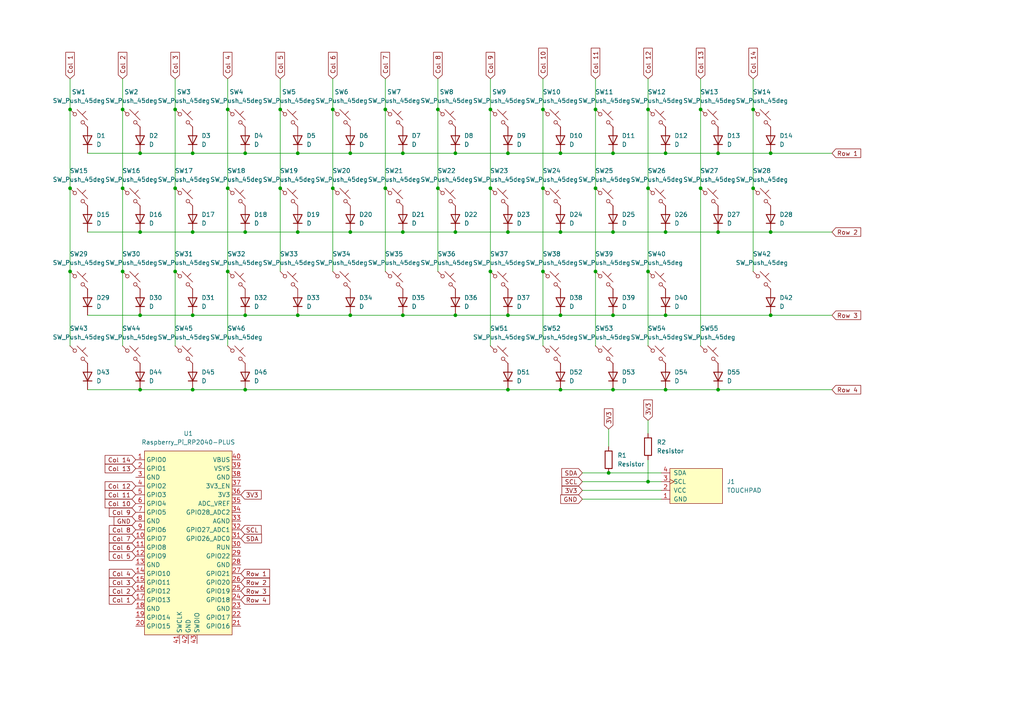
<source format=kicad_sch>
(kicad_sch (version 20231120) (generator "eeschema") (generator_version "8.0")
  (paper "A4")
  (junction (at 187.96 139.7))
  (junction (at 193.04 113.03))
  (junction (at 177.8 113.03))
  (junction (at 142.24 31.75))
  (junction (at 218.44 31.75))
  (junction (at 40.64 113.03))
  (junction (at 20.32 31.75))
  (junction (at 162.56 113.03))
  (junction (at 132.08 67.31))
  (junction (at 177.8 44.45))
  (junction (at 101.6 67.31))
  (junction (at 111.76 54.61))
  (junction (at 66.04 54.61))
  (junction (at 177.8 91.44))
  (junction (at 40.64 91.44))
  (junction (at 132.08 91.44))
  (junction (at 111.76 31.75))
  (junction (at 132.08 44.45))
  (junction (at 71.12 113.03))
  (junction (at 176.53 137.16))
  (junction (at 223.52 67.31))
  (junction (at 55.88 67.31))
  (junction (at 86.36 67.31))
  (junction (at 20.32 54.61))
  (junction (at 223.52 44.45))
  (junction (at 187.96 31.75))
  (junction (at 50.8 78.74))
  (junction (at 71.12 67.31))
  (junction (at 35.56 78.74))
  (junction (at 162.56 44.45))
  (junction (at 218.44 54.61))
  (junction (at 172.72 78.74))
  (junction (at 86.36 91.44))
  (junction (at 162.56 91.44))
  (junction (at 208.28 113.03))
  (junction (at 55.88 44.45))
  (junction (at 40.64 67.31))
  (junction (at 71.12 44.45))
  (junction (at 193.04 44.45))
  (junction (at 96.52 54.61))
  (junction (at 81.28 54.61))
  (junction (at 40.64 44.45))
  (junction (at 81.28 31.75))
  (junction (at 162.56 67.31))
  (junction (at 35.56 31.75))
  (junction (at 50.8 54.61))
  (junction (at 142.24 78.74))
  (junction (at 66.04 78.74))
  (junction (at 116.84 67.31))
  (junction (at 96.52 31.75))
  (junction (at 193.04 91.44))
  (junction (at 157.48 78.74))
  (junction (at 203.2 54.61))
  (junction (at 177.8 67.31))
  (junction (at 187.96 54.61))
  (junction (at 187.96 78.74))
  (junction (at 208.28 44.45))
  (junction (at 142.24 54.61))
  (junction (at 147.32 113.03))
  (junction (at 55.88 91.44))
  (junction (at 203.2 31.75))
  (junction (at 127 31.75))
  (junction (at 193.04 67.31))
  (junction (at 147.32 67.31))
  (junction (at 20.32 78.74))
  (junction (at 127 54.61))
  (junction (at 101.6 91.44))
  (junction (at 35.56 54.61))
  (junction (at 55.88 113.03))
  (junction (at 71.12 91.44))
  (junction (at 157.48 31.75))
  (junction (at 50.8 31.75))
  (junction (at 147.32 91.44))
  (junction (at 223.52 91.44))
  (junction (at 172.72 54.61))
  (junction (at 116.84 91.44))
  (junction (at 208.28 67.31))
  (junction (at 157.48 54.61))
  (junction (at 86.36 44.45))
  (junction (at 116.84 44.45))
  (junction (at 147.32 44.45))
  (junction (at 172.72 31.75))
  (junction (at 101.6 44.45))
  (junction (at 66.04 31.75))
  (wire (pts (xy 168.91 142.24) (xy 191.77 142.24)))
  (wire (pts (xy 50.8 54.61) (xy 50.8 78.74)))
  (wire (pts (xy 55.88 44.45) (xy 71.12 44.45)))
  (wire (pts (xy 55.88 91.44) (xy 71.12 91.44)))
  (wire (pts (xy 203.2 22.86) (xy 203.2 31.75)))
  (wire (pts (xy 66.04 54.61) (xy 66.04 78.74)))
  (wire (pts (xy 86.36 67.31) (xy 101.6 67.31)))
  (wire (pts (xy 187.96 54.61) (xy 187.96 78.74)))
  (wire (pts (xy 187.96 22.86) (xy 187.96 31.75)))
  (wire (pts (xy 96.52 54.61) (xy 96.52 78.74)))
  (wire (pts (xy 20.32 54.61) (xy 20.32 78.74)))
  (wire (pts (xy 203.2 54.61) (xy 203.2 100.33)))
  (wire (pts (xy 20.32 22.86) (xy 20.32 31.75)))
  (wire (pts (xy 147.32 44.45) (xy 162.56 44.45)))
  (wire (pts (xy 193.04 67.31) (xy 208.28 67.31)))
  (wire (pts (xy 35.56 54.61) (xy 35.56 78.74)))
  (wire (pts (xy 81.28 54.61) (xy 81.28 78.74)))
  (wire (pts (xy 203.2 31.75) (xy 203.2 54.61)))
  (wire (pts (xy 177.8 44.45) (xy 193.04 44.45)))
  (wire (pts (xy 25.4 91.44) (xy 40.64 91.44)))
  (wire (pts (xy 116.84 67.31) (xy 132.08 67.31)))
  (wire (pts (xy 142.24 78.74) (xy 142.24 100.33)))
  (wire (pts (xy 168.91 139.7) (xy 187.96 139.7)))
  (wire (pts (xy 208.28 113.03) (xy 241.3 113.03)))
  (wire (pts (xy 208.28 67.31) (xy 223.52 67.31)))
  (wire (pts (xy 187.96 78.74) (xy 187.96 100.33)))
  (wire (pts (xy 193.04 91.44) (xy 223.52 91.44)))
  (wire (pts (xy 223.52 44.45) (xy 241.3 44.45)))
  (wire (pts (xy 162.56 67.31) (xy 177.8 67.31)))
  (wire (pts (xy 86.36 44.45) (xy 101.6 44.45)))
  (wire (pts (xy 157.48 31.75) (xy 157.48 54.61)))
  (wire (pts (xy 20.32 31.75) (xy 20.32 54.61)))
  (wire (pts (xy 86.36 91.44) (xy 101.6 91.44)))
  (wire (pts (xy 127 22.86) (xy 127 31.75)))
  (wire (pts (xy 111.76 22.86) (xy 111.76 31.75)))
  (wire (pts (xy 187.96 121.92) (xy 187.96 125.73)))
  (wire (pts (xy 35.56 22.86) (xy 35.56 31.75)))
  (wire (pts (xy 176.53 124.46) (xy 176.53 129.54)))
  (wire (pts (xy 132.08 44.45) (xy 147.32 44.45)))
  (wire (pts (xy 193.04 113.03) (xy 208.28 113.03)))
  (wire (pts (xy 132.08 67.31) (xy 147.32 67.31)))
  (wire (pts (xy 40.64 91.44) (xy 55.88 91.44)))
  (wire (pts (xy 55.88 113.03) (xy 71.12 113.03)))
  (wire (pts (xy 157.48 78.74) (xy 157.48 100.33)))
  (wire (pts (xy 50.8 78.74) (xy 50.8 100.33)))
  (wire (pts (xy 71.12 113.03) (xy 147.32 113.03)))
  (wire (pts (xy 35.56 31.75) (xy 35.56 54.61)))
  (wire (pts (xy 66.04 22.86) (xy 66.04 31.75)))
  (wire (pts (xy 193.04 44.45) (xy 208.28 44.45)))
  (wire (pts (xy 25.4 113.03) (xy 40.64 113.03)))
  (wire (pts (xy 218.44 31.75) (xy 218.44 54.61)))
  (wire (pts (xy 162.56 91.44) (xy 177.8 91.44)))
  (wire (pts (xy 177.8 67.31) (xy 193.04 67.31)))
  (wire (pts (xy 96.52 22.86) (xy 96.52 31.75)))
  (wire (pts (xy 187.96 31.75) (xy 187.96 54.61)))
  (wire (pts (xy 71.12 44.45) (xy 86.36 44.45)))
  (wire (pts (xy 147.32 67.31) (xy 162.56 67.31)))
  (wire (pts (xy 81.28 22.86) (xy 81.28 31.75)))
  (wire (pts (xy 71.12 91.44) (xy 86.36 91.44)))
  (wire (pts (xy 25.4 44.45) (xy 40.64 44.45)))
  (wire (pts (xy 172.72 54.61) (xy 172.72 78.74)))
  (wire (pts (xy 25.4 67.31) (xy 40.64 67.31)))
  (wire (pts (xy 127 54.61) (xy 127 78.74)))
  (wire (pts (xy 147.32 91.44) (xy 162.56 91.44)))
  (wire (pts (xy 157.48 22.86) (xy 157.48 31.75)))
  (wire (pts (xy 111.76 31.75) (xy 111.76 54.61)))
  (wire (pts (xy 142.24 31.75) (xy 142.24 54.61)))
  (wire (pts (xy 218.44 54.61) (xy 218.44 78.74)))
  (wire (pts (xy 176.53 137.16) (xy 191.77 137.16)))
  (wire (pts (xy 223.52 67.31) (xy 241.3 67.31)))
  (wire (pts (xy 116.84 44.45) (xy 132.08 44.45)))
  (wire (pts (xy 162.56 44.45) (xy 177.8 44.45)))
  (wire (pts (xy 20.32 78.74) (xy 20.32 100.33)))
  (wire (pts (xy 187.96 133.35) (xy 187.96 139.7)))
  (wire (pts (xy 96.52 31.75) (xy 96.52 54.61)))
  (wire (pts (xy 101.6 67.31) (xy 116.84 67.31)))
  (wire (pts (xy 116.84 91.44) (xy 132.08 91.44)))
  (wire (pts (xy 40.64 113.03) (xy 55.88 113.03)))
  (wire (pts (xy 142.24 22.86) (xy 142.24 31.75)))
  (wire (pts (xy 177.8 91.44) (xy 193.04 91.44)))
  (wire (pts (xy 127 31.75) (xy 127 54.61)))
  (wire (pts (xy 223.52 91.44) (xy 241.3 91.44)))
  (wire (pts (xy 172.72 78.74) (xy 172.72 100.33)))
  (wire (pts (xy 40.64 44.45) (xy 55.88 44.45)))
  (wire (pts (xy 40.64 67.31) (xy 55.88 67.31)))
  (wire (pts (xy 111.76 54.61) (xy 111.76 78.74)))
  (wire (pts (xy 208.28 44.45) (xy 223.52 44.45)))
  (wire (pts (xy 55.88 67.31) (xy 71.12 67.31)))
  (wire (pts (xy 81.28 31.75) (xy 81.28 54.61)))
  (wire (pts (xy 177.8 113.03) (xy 193.04 113.03)))
  (wire (pts (xy 132.08 91.44) (xy 147.32 91.44)))
  (wire (pts (xy 50.8 31.75) (xy 50.8 54.61)))
  (wire (pts (xy 66.04 78.74) (xy 66.04 100.33)))
  (wire (pts (xy 218.44 22.86) (xy 218.44 31.75)))
  (wire (pts (xy 172.72 22.86) (xy 172.72 31.75)))
  (wire (pts (xy 101.6 91.44) (xy 116.84 91.44)))
  (wire (pts (xy 147.32 113.03) (xy 162.56 113.03)))
  (wire (pts (xy 162.56 113.03) (xy 177.8 113.03)))
  (wire (pts (xy 168.91 144.78) (xy 191.77 144.78)))
  (wire (pts (xy 157.48 54.61) (xy 157.48 78.74)))
  (wire (pts (xy 142.24 54.61) (xy 142.24 78.74)))
  (wire (pts (xy 172.72 31.75) (xy 172.72 54.61)))
  (wire (pts (xy 66.04 31.75) (xy 66.04 54.61)))
  (wire (pts (xy 35.56 78.74) (xy 35.56 100.33)))
  (wire (pts (xy 187.96 139.7) (xy 191.77 139.7)))
  (wire (pts (xy 168.91 137.16) (xy 176.53 137.16)))
  (wire (pts (xy 71.12 67.31) (xy 86.36 67.31)))
  (wire (pts (xy 101.6 44.45) (xy 116.84 44.45)))
  (wire (pts (xy 50.8 22.86) (xy 50.8 31.75)))
  (global_label "Col 13" (shape input) (at 203.2 22.86 90) (property "Intersheetrefs" "${INTERSHEET_REFS}" (effects (hide yes))))
  (global_label "Col 7" (shape input) (at 111.76 22.86 90) (property "Intersheetrefs" "${INTERSHEET_REFS}" (effects (hide yes))))
  (global_label "GND" (shape input) (at 39.37 151.13 180) (property "Intersheetrefs" "${INTERSHEET_REFS}" (effects (hide yes))))
  (global_label "Col 1" (shape input) (at 39.37 173.99 180) (property "Intersheetrefs" "${INTERSHEET_REFS}" (effects (hide yes))))
  (global_label "3V3" (shape input) (at 176.53 124.46 90) (property "Intersheetrefs" "${INTERSHEET_REFS}" (effects (hide yes))))
  (global_label "Col 3" (shape input) (at 50.8 22.86 90) (property "Intersheetrefs" "${INTERSHEET_REFS}" (effects (hide yes))))
  (global_label "SDA" (shape input) (at 69.85 156.21 0) (property "Intersheetrefs" "${INTERSHEET_REFS}" (effects (hide yes))))
  (global_label "SCL" (shape input) (at 168.91 139.7 180) (property "Intersheetrefs" "${INTERSHEET_REFS}" (effects (hide yes))))
  (global_label "Col 8" (shape input) (at 127 22.86 90) (property "Intersheetrefs" "${INTERSHEET_REFS}" (effects (hide yes))))
  (global_label "Row 4" (shape input) (at 69.85 173.99 0) (property "Intersheetrefs" "${INTERSHEET_REFS}" (effects (hide yes))))
  (global_label "Row 3" (shape input) (at 69.85 171.45 0) (property "Intersheetrefs" "${INTERSHEET_REFS}" (effects (hide yes))))
  (global_label "Row 1" (shape input) (at 69.85 166.37 0) (property "Intersheetrefs" "${INTERSHEET_REFS}" (effects (hide yes))))
  (global_label "Row 2" (shape input) (at 69.85 168.91 0) (property "Intersheetrefs" "${INTERSHEET_REFS}" (effects (hide yes))))
  (global_label "Row 4" (shape input) (at 241.3 113.03 0) (property "Intersheetrefs" "${INTERSHEET_REFS}" (effects (hide yes))))
  (global_label "Col 6" (shape input) (at 39.37 158.75 180) (property "Intersheetrefs" "${INTERSHEET_REFS}" (effects (hide yes))))
  (global_label "Col 10" (shape input) (at 157.48 22.86 90) (property "Intersheetrefs" "${INTERSHEET_REFS}" (effects (hide yes))))
  (global_label "Col 5" (shape input) (at 81.28 22.86 90) (property "Intersheetrefs" "${INTERSHEET_REFS}" (effects (hide yes))))
  (global_label "SCL" (shape input) (at 69.85 153.67 0) (property "Intersheetrefs" "${INTERSHEET_REFS}" (effects (hide yes))))
  (global_label "3V3" (shape input) (at 69.85 143.51 0) (property "Intersheetrefs" "${INTERSHEET_REFS}" (effects (hide yes))))
  (global_label "Col 1" (shape input) (at 20.32 22.86 90) (property "Intersheetrefs" "${INTERSHEET_REFS}" (effects (hide yes))))
  (global_label "Row 1" (shape input) (at 241.3 44.45 0) (property "Intersheetrefs" "${INTERSHEET_REFS}" (effects (hide yes))))
  (global_label "3V3" (shape input) (at 168.91 142.24 180) (property "Intersheetrefs" "${INTERSHEET_REFS}" (effects (hide yes))))
  (global_label "Col 2" (shape input) (at 39.37 171.45 180) (property "Intersheetrefs" "${INTERSHEET_REFS}" (effects (hide yes))))
  (global_label "GND" (shape input) (at 168.91 144.78 180) (property "Intersheetrefs" "${INTERSHEET_REFS}" (effects (hide yes))))
  (global_label "Col 13" (shape input) (at 39.37 135.89 180) (property "Intersheetrefs" "${INTERSHEET_REFS}" (effects (hide yes))))
  (global_label "Col 11" (shape input) (at 39.37 143.51 180) (property "Intersheetrefs" "${INTERSHEET_REFS}" (effects (hide yes))))
  (global_label "Col 14" (shape input) (at 39.37 133.35 180) (property "Intersheetrefs" "${INTERSHEET_REFS}" (effects (hide yes))))
  (global_label "Col 2" (shape input) (at 35.56 22.86 90) (property "Intersheetrefs" "${INTERSHEET_REFS}" (effects (hide yes))))
  (global_label "Col 7" (shape input) (at 39.37 156.21 180) (property "Intersheetrefs" "${INTERSHEET_REFS}" (effects (hide yes))))
  (global_label "Row 2" (shape input) (at 241.3 67.31 0) (property "Intersheetrefs" "${INTERSHEET_REFS}" (effects (hide yes))))
  (global_label "Col 11" (shape input) (at 172.72 22.86 90) (property "Intersheetrefs" "${INTERSHEET_REFS}" (effects (hide yes))))
  (global_label "Col 9" (shape input) (at 142.24 22.86 90) (property "Intersheetrefs" "${INTERSHEET_REFS}" (effects (hide yes))))
  (global_label "SDA" (shape input) (at 168.91 137.16 180) (property "Intersheetrefs" "${INTERSHEET_REFS}" (effects (hide yes))))
  (global_label "Col 12" (shape input) (at 39.37 140.97 180) (property "Intersheetrefs" "${INTERSHEET_REFS}" (effects (hide yes))))
  (global_label "Col 12" (shape input) (at 187.96 22.86 90) (property "Intersheetrefs" "${INTERSHEET_REFS}" (effects (hide yes))))
  (global_label "Col 5" (shape input) (at 39.37 161.29 180) (property "Intersheetrefs" "${INTERSHEET_REFS}" (effects (hide yes))))
  (global_label "Col 10" (shape input) (at 39.37 146.05 180) (property "Intersheetrefs" "${INTERSHEET_REFS}" (effects (hide yes))))
  (global_label "Col 3" (shape input) (at 39.37 168.91 180) (property "Intersheetrefs" "${INTERSHEET_REFS}" (effects (hide yes))))
  (global_label "Col 6" (shape input) (at 96.52 22.86 90) (property "Intersheetrefs" "${INTERSHEET_REFS}" (effects (hide yes))))
  (global_label "Col 4" (shape input) (at 66.04 22.86 90) (property "Intersheetrefs" "${INTERSHEET_REFS}" (effects (hide yes))))
  (global_label "Col 8" (shape input) (at 39.37 153.67 180) (property "Intersheetrefs" "${INTERSHEET_REFS}" (effects (hide yes))))
  (global_label "Col 9" (shape input) (at 39.37 148.59 180) (property "Intersheetrefs" "${INTERSHEET_REFS}" (effects (hide yes))))
  (global_label "Col 14" (shape input) (at 218.44 22.86 90) (property "Intersheetrefs" "${INTERSHEET_REFS}" (effects (hide yes))))
  (global_label "Col 4" (shape input) (at 39.37 166.37 180) (property "Intersheetrefs" "${INTERSHEET_REFS}" (effects (hide yes))))
  (global_label "Row 3" (shape input) (at 241.3 91.44 0) (property "Intersheetrefs" "${INTERSHEET_REFS}" (effects (hide yes))))
  (global_label "3V3" (shape input) (at 187.96 121.92 90) (property "Intersheetrefs" "${INTERSHEET_REFS}" (effects (hide yes))))
  (symbol (lib_id "Switch:SW_Push_45deg") (at 53.34 57.15 0) (unit 1)
    (property "Reference" "SW17" (at 53.34 49.53 0))
    (property "Value" "SW_Push_45deg" (at 53.34 52.07 0))
    (property "Footprint" "ScottoKeebs_MX:MX_PCB_1.00u" (effects (hide yes)))
    (property "Description" "Push button switch, normally open, two pins, 45° tilted" (effects (hide yes)))
  )
  (symbol (lib_id "Switch:SW_Push_45deg") (at 38.1 57.15 0) (unit 1)
    (property "Reference" "SW16" (at 38.1 49.53 0))
    (property "Value" "SW_Push_45deg" (at 38.1 52.07 0))
    (property "Footprint" "ScottoKeebs_MX:MX_PCB_1.00u" (effects (hide yes)))
    (property "Description" "Push button switch, normally open, two pins, 45° tilted" (effects (hide yes)))
  )
  (symbol (lib_id "Switch:SW_Push_45deg") (at 38.1 34.29 0) (unit 1)
    (property "Reference" "SW2" (at 38.1 26.67 0))
    (property "Value" "SW_Push_45deg" (at 38.1 29.21 0))
    (property "Footprint" "ScottoKeebs_MX:MX_PCB_1.00u" (effects (hide yes)))
    (property "Description" "Push button switch, normally open, two pins, 45° tilted" (effects (hide yes)))
  )
  (symbol (lib_id "Switch:SW_Push_45deg") (at 190.5 81.28 0) (unit 1)
    (property "Reference" "SW40" (at 190.5 73.66 0))
    (property "Value" "SW_Push_45deg" (at 190.5 76.2 0))
    (property "Footprint" "ScottoKeebs_MX:MX_PCB_1.75u" (effects (hide yes)))
    (property "Description" "Push button switch, normally open, two pins, 45° tilted" (effects (hide yes)))
  )
  (symbol (lib_id "Device:D") (at 162.56 40.64 90) (unit 1)
    (property "Reference" "D10" (at 165.1 39.3699 90) (effects (justify right)))
    (property "Value" "D" (at 165.1 41.9099 90) (effects (justify right)))
    (property "Footprint" "Diode_SMD:D_SOD-123" (effects (hide yes)))
    (property "Description" "Diode" (effects (hide yes)))
    (property "Sim.Device" "D" (effects (hide yes)))
    (property "Sim.Pins" "1=K 2=A" (effects (hide yes)))
  )
  (symbol (lib_id "Switch:SW_Push_45deg") (at 38.1 81.28 0) (unit 1)
    (property "Reference" "SW30" (at 38.1 73.66 0))
    (property "Value" "SW_Push_45deg" (at 38.1 76.2 0))
    (property "Footprint" "ScottoKeebs_MX:MX_PCB_1.00u" (effects (hide yes)))
    (property "Description" "Push button switch, normally open, two pins, 45° tilted" (effects (hide yes)))
  )
  (symbol (lib_id "Switch:SW_Push_45deg") (at 114.3 34.29 0) (unit 1)
    (property "Reference" "SW7" (at 114.3 26.67 0))
    (property "Value" "SW_Push_45deg" (at 114.3 29.21 0))
    (property "Footprint" "ScottoKeebs_MX:MX_PCB_1.00u" (effects (hide yes)))
    (property "Description" "Push button switch, normally open, two pins, 45° tilted" (effects (hide yes)))
  )
  (symbol (lib_id "Switch:SW_Push_45deg") (at 68.58 102.87 0) (unit 1)
    (property "Reference" "SW46" (at 68.58 95.25 0))
    (property "Value" "SW_Push_45deg" (at 68.58 97.79 0))
    (property "Footprint" "ScottoKeebs_MX:MX_PCB_6.25u" (effects (hide yes)))
    (property "Description" "Push button switch, normally open, two pins, 45° tilted" (effects (hide yes)))
  )
  (symbol (lib_id "Device:D") (at 193.04 63.5 90) (unit 1)
    (property "Reference" "D26" (at 195.58 62.2299 90) (effects (justify right)))
    (property "Value" "D" (at 195.58 64.7699 90) (effects (justify right)))
    (property "Footprint" "Diode_SMD:D_SOD-123" (effects (hide yes)))
    (property "Description" "Diode" (effects (hide yes)))
    (property "Sim.Device" "D" (effects (hide yes)))
    (property "Sim.Pins" "1=K 2=A" (effects (hide yes)))
  )
  (symbol (lib_id "ScottoKeebs:Placeholder_Resistor") (at 176.53 133.35 90) (unit 1)
    (property "Reference" "R1" (at 179.07 132.0799 90) (effects (justify right)))
    (property "Value" "Resistor" (at 179.07 134.6199 90) (effects (justify right)))
    (property "Footprint" "Resistor_SMD:R_0402_1005Metric" (effects (hide yes)))
    (property "Description" "Resistor" (effects (hide yes)))
  )
  (symbol (lib_id "Switch:SW_Push_45deg") (at 190.5 57.15 0) (unit 1)
    (property "Reference" "SW26" (at 190.5 49.53 0))
    (property "Value" "SW_Push_45deg" (at 190.5 52.07 0))
    (property "Footprint" "ScottoKeebs_MX:MX_PCB_1.00u" (effects (hide yes)))
    (property "Description" "Push button switch, normally open, two pins, 45° tilted" (effects (hide yes)))
  )
  (symbol (lib_id "Switch:SW_Push_45deg") (at 22.86 81.28 0) (unit 1)
    (property "Reference" "SW29" (at 22.86 73.66 0))
    (property "Value" "SW_Push_45deg" (at 22.86 76.2 0))
    (property "Footprint" "ScottoKeebs_MX:MX_PCB_2.00u" (effects (hide yes)))
    (property "Description" "Push button switch, normally open, two pins, 45° tilted" (effects (hide yes)))
  )
  (symbol (lib_id "Switch:SW_Push_45deg") (at 68.58 57.15 0) (unit 1)
    (property "Reference" "SW18" (at 68.58 49.53 0))
    (property "Value" "SW_Push_45deg" (at 68.58 52.07 0))
    (property "Footprint" "ScottoKeebs_MX:MX_PCB_1.00u" (effects (hide yes)))
    (property "Description" "Push button switch, normally open, two pins, 45° tilted" (effects (hide yes)))
  )
  (symbol (lib_id "Device:D") (at 40.64 109.22 90) (unit 1)
    (property "Reference" "D44" (at 43.18 107.9499 90) (effects (justify right)))
    (property "Value" "D" (at 43.18 110.4899 90) (effects (justify right)))
    (property "Footprint" "Diode_SMD:D_SOD-123" (effects (hide yes)))
    (property "Description" "Diode" (effects (hide yes)))
    (property "Sim.Device" "D" (effects (hide yes)))
    (property "Sim.Pins" "1=K 2=A" (effects (hide yes)))
  )
  (symbol (lib_id "Device:D") (at 25.4 40.64 90) (unit 1)
    (property "Reference" "D1" (at 27.94 39.3699 90) (effects (justify right)))
    (property "Value" "D" (at 27.94 41.9099 90) (effects (justify right)))
    (property "Footprint" "Diode_SMD:D_SOD-123" (effects (hide yes)))
    (property "Description" "Diode" (effects (hide yes)))
    (property "Sim.Device" "D" (effects (hide yes)))
    (property "Sim.Pins" "1=K 2=A" (effects (hide yes)))
  )
  (symbol (lib_id "Switch:SW_Push_45deg") (at 129.54 34.29 0) (unit 1)
    (property "Reference" "SW8" (at 129.54 26.67 0))
    (property "Value" "SW_Push_45deg" (at 129.54 29.21 0))
    (property "Footprint" "ScottoKeebs_MX:MX_PCB_1.00u" (effects (hide yes)))
    (property "Description" "Push button switch, normally open, two pins, 45° tilted" (effects (hide yes)))
  )
  (symbol (lib_id "Switch:SW_Push_45deg") (at 205.74 57.15 0) (unit 1)
    (property "Reference" "SW27" (at 205.74 49.53 0))
    (property "Value" "SW_Push_45deg" (at 205.74 52.07 0))
    (property "Footprint" "ScottoKeebs_MX:MX_PCB_1.75u" (effects (hide yes)))
    (property "Description" "Push button switch, normally open, two pins, 45° tilted" (effects (hide yes)))
  )
  (symbol (lib_id "Device:D") (at 116.84 40.64 90) (unit 1)
    (property "Reference" "D7" (at 119.38 39.3699 90) (effects (justify right)))
    (property "Value" "D" (at 119.38 41.9099 90) (effects (justify right)))
    (property "Footprint" "Diode_SMD:D_SOD-123" (effects (hide yes)))
    (property "Description" "Diode" (effects (hide yes)))
    (property "Sim.Device" "D" (effects (hide yes)))
    (property "Sim.Pins" "1=K 2=A" (effects (hide yes)))
  )
  (symbol (lib_id "Switch:SW_Push_45deg") (at 160.02 34.29 0) (unit 1)
    (property "Reference" "SW10" (at 160.02 26.67 0))
    (property "Value" "SW_Push_45deg" (at 160.02 29.21 0))
    (property "Footprint" "ScottoKeebs_MX:MX_PCB_1.00u" (effects (hide yes)))
    (property "Description" "Push button switch, normally open, two pins, 45° tilted" (effects (hide yes)))
  )
  (symbol (lib_id "Device:D") (at 25.4 63.5 90) (unit 1)
    (property "Reference" "D15" (at 27.94 62.2299 90) (effects (justify right)))
    (property "Value" "D" (at 27.94 64.7699 90) (effects (justify right)))
    (property "Footprint" "Diode_SMD:D_SOD-123" (effects (hide yes)))
    (property "Description" "Diode" (effects (hide yes)))
    (property "Sim.Device" "D" (effects (hide yes)))
    (property "Sim.Pins" "1=K 2=A" (effects (hide yes)))
  )
  (symbol (lib_id "Device:D") (at 116.84 87.63 90) (unit 1)
    (property "Reference" "D35" (at 119.38 86.3599 90) (effects (justify right)))
    (property "Value" "D" (at 119.38 88.8999 90) (effects (justify right)))
    (property "Footprint" "Diode_SMD:D_SOD-123" (effects (hide yes)))
    (property "Description" "Diode" (effects (hide yes)))
    (property "Sim.Device" "D" (effects (hide yes)))
    (property "Sim.Pins" "1=K 2=A" (effects (hide yes)))
  )
  (symbol (lib_id "Device:D") (at 208.28 40.64 90) (unit 1)
    (property "Reference" "D13" (at 210.82 39.3699 90) (effects (justify right)))
    (property "Value" "D" (at 210.82 41.9099 90) (effects (justify right)))
    (property "Footprint" "Diode_SMD:D_SOD-123" (effects (hide yes)))
    (property "Description" "Diode" (effects (hide yes)))
    (property "Sim.Device" "D" (effects (hide yes)))
    (property "Sim.Pins" "1=K 2=A" (effects (hide yes)))
  )
  (symbol (lib_id "Switch:SW_Push_45deg") (at 160.02 102.87 0) (unit 1)
    (property "Reference" "SW52" (at 160.02 95.25 0))
    (property "Value" "SW_Push_45deg" (at 160.02 97.79 0))
    (property "Footprint" "ScottoKeebs_MX:MX_PCB_1.00u" (effects (hide yes)))
    (property "Description" "Push button switch, normally open, two pins, 45° tilted" (effects (hide yes)))
  )
  (symbol (lib_id "Switch:SW_Push_45deg") (at 220.98 81.28 0) (unit 1)
    (property "Reference" "SW42" (at 220.98 73.66 0))
    (property "Value" "SW_Push_45deg" (at 220.98 76.2 0))
    (property "Footprint" "ScottoKeebs_MX:MX_PCB_1.00u" (effects (hide yes)))
    (property "Description" "Push button switch, normally open, two pins, 45° tilted" (effects (hide yes)))
  )
  (symbol (lib_id "Device:D") (at 40.64 87.63 90) (unit 1)
    (property "Reference" "D30" (at 43.18 86.3599 90) (effects (justify right)))
    (property "Value" "D" (at 43.18 88.8999 90) (effects (justify right)))
    (property "Footprint" "Diode_SMD:D_SOD-123" (effects (hide yes)))
    (property "Description" "Diode" (effects (hide yes)))
    (property "Sim.Device" "D" (effects (hide yes)))
    (property "Sim.Pins" "1=K 2=A" (effects (hide yes)))
  )
  (symbol (lib_id "Switch:SW_Push_45deg") (at 205.74 102.87 0) (unit 1)
    (property "Reference" "SW55" (at 205.74 95.25 0))
    (property "Value" "SW_Push_45deg" (at 205.74 97.79 0))
    (property "Footprint" "ScottoKeebs_MX:MX_PCB_1.00u" (effects (hide yes)))
    (property "Description" "Push button switch, normally open, two pins, 45° tilted" (effects (hide yes)))
  )
  (symbol (lib_id "Switch:SW_Push_45deg") (at 175.26 81.28 0) (unit 1)
    (property "Reference" "SW39" (at 175.26 73.66 0))
    (property "Value" "SW_Push_45deg" (at 175.26 76.2 0))
    (property "Footprint" "ScottoKeebs_MX:MX_PCB_1.00u" (effects (hide yes)))
    (property "Description" "Push button switch, normally open, two pins, 45° tilted" (effects (hide yes)))
  )
  (symbol (lib_id "Switch:SW_Push_45deg") (at 83.82 81.28 0) (unit 1)
    (property "Reference" "SW33" (at 83.82 73.66 0))
    (property "Value" "SW_Push_45deg" (at 83.82 76.2 0))
    (property "Footprint" "ScottoKeebs_MX:MX_PCB_1.00u" (effects (hide yes)))
    (property "Description" "Push button switch, normally open, two pins, 45° tilted" (effects (hide yes)))
  )
  (symbol (lib_id "Switch:SW_Push_45deg") (at 144.78 57.15 0) (unit 1)
    (property "Reference" "SW23" (at 144.78 49.53 0))
    (property "Value" "SW_Push_45deg" (at 144.78 52.07 0))
    (property "Footprint" "ScottoKeebs_MX:MX_PCB_1.00u" (effects (hide yes)))
    (property "Description" "Push button switch, normally open, two pins, 45° tilted" (effects (hide yes)))
  )
  (symbol (lib_id "Switch:SW_Push_45deg") (at 22.86 57.15 0) (unit 1)
    (property "Reference" "SW15" (at 22.86 49.53 0))
    (property "Value" "SW_Push_45deg" (at 22.86 52.07 0))
    (property "Footprint" "ScottoKeebs_MX:MX_PCB_1.50u" (effects (hide yes)))
    (property "Description" "Push button switch, normally open, two pins, 45° tilted" (effects (hide yes)))
  )
  (symbol (lib_id "Device:D") (at 25.4 109.22 90) (unit 1)
    (property "Reference" "D43" (at 27.94 107.9499 90) (effects (justify right)))
    (property "Value" "D" (at 27.94 110.4899 90) (effects (justify right)))
    (property "Footprint" "Diode_SMD:D_SOD-123" (effects (hide yes)))
    (property "Description" "Diode" (effects (hide yes)))
    (property "Sim.Device" "D" (effects (hide yes)))
    (property "Sim.Pins" "1=K 2=A" (effects (hide yes)))
  )
  (symbol (lib_id "Switch:SW_Push_45deg") (at 99.06 34.29 0) (unit 1)
    (property "Reference" "SW6" (at 99.06 26.67 0))
    (property "Value" "SW_Push_45deg" (at 99.06 29.21 0))
    (property "Footprint" "ScottoKeebs_MX:MX_PCB_1.00u" (effects (hide yes)))
    (property "Description" "Push button switch, normally open, two pins, 45° tilted" (effects (hide yes)))
  )
  (symbol (lib_id "Switch:SW_Push_45deg") (at 83.82 57.15 0) (unit 1)
    (property "Reference" "SW19" (at 83.82 49.53 0))
    (property "Value" "SW_Push_45deg" (at 83.82 52.07 0))
    (property "Footprint" "ScottoKeebs_MX:MX_PCB_1.00u" (effects (hide yes)))
    (property "Description" "Push button switch, normally open, two pins, 45° tilted" (effects (hide yes)))
  )
  (symbol (lib_id "Device:D") (at 223.52 87.63 90) (unit 1)
    (property "Reference" "D42" (at 226.06 86.3599 90) (effects (justify right)))
    (property "Value" "D" (at 226.06 88.8999 90) (effects (justify right)))
    (property "Footprint" "Diode_SMD:D_SOD-123" (effects (hide yes)))
    (property "Description" "Diode" (effects (hide yes)))
    (property "Sim.Device" "D" (effects (hide yes)))
    (property "Sim.Pins" "1=K 2=A" (effects (hide yes)))
  )
  (symbol (lib_id "Device:D") (at 177.8 40.64 90) (unit 1)
    (property "Reference" "D11" (at 180.34 39.3699 90) (effects (justify right)))
    (property "Value" "D" (at 180.34 41.9099 90) (effects (justify right)))
    (property "Footprint" "Diode_SMD:D_SOD-123" (effects (hide yes)))
    (property "Description" "Diode" (effects (hide yes)))
    (property "Sim.Device" "D" (effects (hide yes)))
    (property "Sim.Pins" "1=K 2=A" (effects (hide yes)))
  )
  (symbol (lib_id "Device:D") (at 193.04 40.64 90) (unit 1)
    (property "Reference" "D12" (at 195.58 39.3699 90) (effects (justify right)))
    (property "Value" "D" (at 195.58 41.9099 90) (effects (justify right)))
    (property "Footprint" "Diode_SMD:D_SOD-123" (effects (hide yes)))
    (property "Description" "Diode" (effects (hide yes)))
    (property "Sim.Device" "D" (effects (hide yes)))
    (property "Sim.Pins" "1=K 2=A" (effects (hide yes)))
  )
  (symbol (lib_id "Switch:SW_Push_45deg") (at 53.34 81.28 0) (unit 1)
    (property "Reference" "SW31" (at 53.34 73.66 0))
    (property "Value" "SW_Push_45deg" (at 53.34 76.2 0))
    (property "Footprint" "ScottoKeebs_MX:MX_PCB_1.00u" (effects (hide yes)))
    (property "Description" "Push button switch, normally open, two pins, 45° tilted" (effects (hide yes)))
  )
  (symbol (lib_id "Device:D") (at 132.08 87.63 90) (unit 1)
    (property "Reference" "D36" (at 134.62 86.3599 90) (effects (justify right)))
    (property "Value" "D" (at 134.62 88.8999 90) (effects (justify right)))
    (property "Footprint" "Diode_SMD:D_SOD-123" (effects (hide yes)))
    (property "Description" "Diode" (effects (hide yes)))
    (property "Sim.Device" "D" (effects (hide yes)))
    (property "Sim.Pins" "1=K 2=A" (effects (hide yes)))
  )
  (symbol (lib_id "Device:D") (at 71.12 109.22 90) (unit 1)
    (property "Reference" "D46" (at 73.66 107.9499 90) (effects (justify right)))
    (property "Value" "D" (at 73.66 110.4899 90) (effects (justify right)))
    (property "Footprint" "Diode_SMD:D_SOD-123" (effects (hide yes)))
    (property "Description" "Diode" (effects (hide yes)))
    (property "Sim.Device" "D" (effects (hide yes)))
    (property "Sim.Pins" "1=K 2=A" (effects (hide yes)))
  )
  (symbol (lib_id "Device:D") (at 116.84 63.5 90) (unit 1)
    (property "Reference" "D21" (at 119.38 62.2299 90) (effects (justify right)))
    (property "Value" "D" (at 119.38 64.7699 90) (effects (justify right)))
    (property "Footprint" "Diode_SMD:D_SOD-123" (effects (hide yes)))
    (property "Description" "Diode" (effects (hide yes)))
    (property "Sim.Device" "D" (effects (hide yes)))
    (property "Sim.Pins" "1=K 2=A" (effects (hide yes)))
  )
  (symbol (lib_id "Device:D") (at 193.04 87.63 90) (unit 1)
    (property "Reference" "D40" (at 195.58 86.3599 90) (effects (justify right)))
    (property "Value" "D" (at 195.58 88.8999 90) (effects (justify right)))
    (property "Footprint" "Diode_SMD:D_SOD-123" (effects (hide yes)))
    (property "Description" "Diode" (effects (hide yes)))
    (property "Sim.Device" "D" (effects (hide yes)))
    (property "Sim.Pins" "1=K 2=A" (effects (hide yes)))
  )
  (symbol (lib_id "Device:D") (at 86.36 40.64 90) (unit 1)
    (property "Reference" "D5" (at 88.9 39.3699 90) (effects (justify right)))
    (property "Value" "D" (at 88.9 41.9099 90) (effects (justify right)))
    (property "Footprint" "Diode_SMD:D_SOD-123" (effects (hide yes)))
    (property "Description" "Diode" (effects (hide yes)))
    (property "Sim.Device" "D" (effects (hide yes)))
    (property "Sim.Pins" "1=K 2=A" (effects (hide yes)))
  )
  (symbol (lib_id "Switch:SW_Push_45deg") (at 160.02 57.15 0) (unit 1)
    (property "Reference" "SW24" (at 160.02 49.53 0))
    (property "Value" "SW_Push_45deg" (at 160.02 52.07 0))
    (property "Footprint" "ScottoKeebs_MX:MX_PCB_1.00u" (effects (hide yes)))
    (property "Description" "Push button switch, normally open, two pins, 45° tilted" (effects (hide yes)))
  )
  (symbol (lib_id "Switch:SW_Push_45deg") (at 114.3 57.15 0) (unit 1)
    (property "Reference" "SW21" (at 114.3 49.53 0))
    (property "Value" "SW_Push_45deg" (at 114.3 52.07 0))
    (property "Footprint" "ScottoKeebs_MX:MX_PCB_1.00u" (effects (hide yes)))
    (property "Description" "Push button switch, normally open, two pins, 45° tilted" (effects (hide yes)))
  )
  (symbol (lib_id "Device:D") (at 177.8 87.63 90) (unit 1)
    (property "Reference" "D39" (at 180.34 86.3599 90) (effects (justify right)))
    (property "Value" "D" (at 180.34 88.8999 90) (effects (justify right)))
    (property "Footprint" "Diode_SMD:D_SOD-123" (effects (hide yes)))
    (property "Description" "Diode" (effects (hide yes)))
    (property "Sim.Device" "D" (effects (hide yes)))
    (property "Sim.Pins" "1=K 2=A" (effects (hide yes)))
  )
  (symbol (lib_id "Switch:SW_Push_45deg") (at 144.78 81.28 0) (unit 1)
    (property "Reference" "SW37" (at 144.78 73.66 0))
    (property "Value" "SW_Push_45deg" (at 144.78 76.2 0))
    (property "Footprint" "ScottoKeebs_MX:MX_PCB_1.00u" (effects (hide yes)))
    (property "Description" "Push button switch, normally open, two pins, 45° tilted" (effects (hide yes)))
  )
  (symbol (lib_id "Device:D") (at 162.56 63.5 90) (unit 1)
    (property "Reference" "D24" (at 165.1 62.2299 90) (effects (justify right)))
    (property "Value" "D" (at 165.1 64.7699 90) (effects (justify right)))
    (property "Footprint" "Diode_SMD:D_SOD-123" (effects (hide yes)))
    (property "Description" "Diode" (effects (hide yes)))
    (property "Sim.Device" "D" (effects (hide yes)))
    (property "Sim.Pins" "1=K 2=A" (effects (hide yes)))
  )
  (symbol (lib_id "Device:D") (at 208.28 63.5 90) (unit 1)
    (property "Reference" "D27" (at 210.82 62.2299 90) (effects (justify right)))
    (property "Value" "D" (at 210.82 64.7699 90) (effects (justify right)))
    (property "Footprint" "Diode_SMD:D_SOD-123" (effects (hide yes)))
    (property "Description" "Diode" (effects (hide yes)))
    (property "Sim.Device" "D" (effects (hide yes)))
    (property "Sim.Pins" "1=K 2=A" (effects (hide yes)))
  )
  (symbol (lib_id "Device:D") (at 162.56 109.22 90) (unit 1)
    (property "Reference" "D52" (at 165.1 107.9499 90) (effects (justify right)))
    (property "Value" "D" (at 165.1 110.4899 90) (effects (justify right)))
    (property "Footprint" "Diode_SMD:D_SOD-123" (effects (hide yes)))
    (property "Description" "Diode" (effects (hide yes)))
    (property "Sim.Device" "D" (effects (hide yes)))
    (property "Sim.Pins" "1=K 2=A" (effects (hide yes)))
  )
  (symbol (lib_id "Switch:SW_Push_45deg") (at 53.34 102.87 0) (unit 1)
    (property "Reference" "SW45" (at 53.34 95.25 0))
    (property "Value" "SW_Push_45deg" (at 53.34 97.79 0))
    (property "Footprint" "ScottoKeebs_MX:MX_PCB_1.00u" (effects (hide yes)))
    (property "Description" "Push button switch, normally open, two pins, 45° tilted" (effects (hide yes)))
  )
  (symbol (lib_id "Switch:SW_Push_45deg") (at 83.82 34.29 0) (unit 1)
    (property "Reference" "SW5" (at 83.82 26.67 0))
    (property "Value" "SW_Push_45deg" (at 83.82 29.21 0))
    (property "Footprint" "ScottoKeebs_MX:MX_PCB_1.00u" (effects (hide yes)))
    (property "Description" "Push button switch, normally open, two pins, 45° tilted" (effects (hide yes)))
  )
  (symbol (lib_id "Switch:SW_Push_45deg") (at 22.86 34.29 0) (unit 1)
    (property "Reference" "SW1" (at 22.86 26.67 0))
    (property "Value" "SW_Push_45deg" (at 22.86 29.21 0))
    (property "Footprint" "ScottoKeebs_MX:MX_PCB_1.25u" (effects (hide yes)))
    (property "Description" "Push button switch, normally open, two pins, 45° tilted" (effects (hide yes)))
  )
  (symbol (lib_id "Switch:SW_Push_45deg") (at 175.26 57.15 0) (unit 1)
    (property "Reference" "SW25" (at 175.26 49.53 0))
    (property "Value" "SW_Push_45deg" (at 175.26 52.07 0))
    (property "Footprint" "ScottoKeebs_MX:MX_PCB_1.00u" (effects (hide yes)))
    (property "Description" "Push button switch, normally open, two pins, 45° tilted" (effects (hide yes)))
  )
  (symbol (lib_id "Switch:SW_Push_45deg") (at 38.1 102.87 0) (unit 1)
    (property "Reference" "SW44" (at 38.1 95.25 0))
    (property "Value" "SW_Push_45deg" (at 38.1 97.79 0))
    (property "Footprint" "ScottoKeebs_MX:MX_PCB_1.25u" (effects (hide yes)))
    (property "Description" "Push button switch, normally open, two pins, 45° tilted" (effects (hide yes)))
  )
  (symbol (lib_id "Switch:SW_Push_45deg") (at 220.98 34.29 0) (unit 1)
    (property "Reference" "SW14" (at 220.98 26.67 0))
    (property "Value" "SW_Push_45deg" (at 220.98 29.21 0))
    (property "Footprint" "ScottoKeebs_MX:MX_PCB_1.00u" (effects (hide yes)))
    (property "Description" "Push button switch, normally open, two pins, 45° tilted" (effects (hide yes)))
  )
  (symbol (lib_id "Switch:SW_Push_45deg") (at 68.58 81.28 0) (unit 1)
    (property "Reference" "SW32" (at 68.58 73.66 0))
    (property "Value" "SW_Push_45deg" (at 68.58 76.2 0))
    (property "Footprint" "ScottoKeebs_MX:MX_PCB_1.00u" (effects (hide yes)))
    (property "Description" "Push button switch, normally open, two pins, 45° tilted" (effects (hide yes)))
  )
  (symbol (lib_id "ScottoKeebs:MCU_Raspberry_Pi_Pico") (at 54.61 157.48 0) (unit 1)
    (property "Reference" "U1" (at 54.61 125.73 0))
    (property "Value" "Raspberry_Pi_RP2040-PLUS" (at 54.61 128.27 0))
    (property "Footprint" "ScottoKeebs_MCU:Raspberry_Pi_Pico" (effects (hide yes)))
  )
  (symbol (lib_id "Device:D") (at 71.12 87.63 90) (unit 1)
    (property "Reference" "D32" (at 73.66 86.3599 90) (effects (justify right)))
    (property "Value" "D" (at 73.66 88.8999 90) (effects (justify right)))
    (property "Footprint" "Diode_SMD:D_SOD-123" (effects (hide yes)))
    (property "Description" "Diode" (effects (hide yes)))
    (property "Sim.Device" "D" (effects (hide yes)))
    (property "Sim.Pins" "1=K 2=A" (effects (hide yes)))
  )
  (symbol (lib_id "Device:D") (at 86.36 63.5 90) (unit 1)
    (property "Reference" "D19" (at 88.9 62.2299 90) (effects (justify right)))
    (property "Value" "D" (at 88.9 64.7699 90) (effects (justify right)))
    (property "Footprint" "Diode_SMD:D_SOD-123" (effects (hide yes)))
    (property "Description" "Diode" (effects (hide yes)))
    (property "Sim.Device" "D" (effects (hide yes)))
    (property "Sim.Pins" "1=K 2=A" (effects (hide yes)))
  )
  (symbol (lib_id "Device:D") (at 177.8 109.22 90) (unit 1)
    (property "Reference" "D53" (at 180.34 107.9499 90) (effects (justify right)))
    (property "Value" "D" (at 180.34 110.4899 90) (effects (justify right)))
    (property "Footprint" "Diode_SMD:D_SOD-123" (effects (hide yes)))
    (property "Description" "Diode" (effects (hide yes)))
    (property "Sim.Device" "D" (effects (hide yes)))
    (property "Sim.Pins" "1=K 2=A" (effects (hide yes)))
  )
  (symbol (lib_id "Switch:SW_Push_45deg") (at 99.06 81.28 0) (unit 1)
    (property "Reference" "SW34" (at 99.06 73.66 0))
    (property "Value" "SW_Push_45deg" (at 99.06 76.2 0))
    (property "Footprint" "ScottoKeebs_MX:MX_PCB_1.00u" (effects (hide yes)))
    (property "Description" "Push button switch, normally open, two pins, 45° tilted" (effects (hide yes)))
  )
  (symbol (lib_id "Device:D") (at 162.56 87.63 90) (unit 1)
    (property "Reference" "D38" (at 165.1 86.3599 90) (effects (justify right)))
    (property "Value" "D" (at 165.1 88.8999 90) (effects (justify right)))
    (property "Footprint" "Diode_SMD:D_SOD-123" (effects (hide yes)))
    (property "Description" "Diode" (effects (hide yes)))
    (property "Sim.Device" "D" (effects (hide yes)))
    (property "Sim.Pins" "1=K 2=A" (effects (hide yes)))
  )
  (symbol (lib_id "Device:D") (at 71.12 63.5 90) (unit 1)
    (property "Reference" "D18" (at 73.66 62.2299 90) (effects (justify right)))
    (property "Value" "D" (at 73.66 64.7699 90) (effects (justify right)))
    (property "Footprint" "Diode_SMD:D_SOD-123" (effects (hide yes)))
    (property "Description" "Diode" (effects (hide yes)))
    (property "Sim.Device" "D" (effects (hide yes)))
    (property "Sim.Pins" "1=K 2=A" (effects (hide yes)))
  )
  (symbol (lib_id "Switch:SW_Push_45deg") (at 53.34 34.29 0) (unit 1)
    (property "Reference" "SW3" (at 53.34 26.67 0))
    (property "Value" "SW_Push_45deg" (at 53.34 29.21 0))
    (property "Footprint" "ScottoKeebs_MX:MX_PCB_1.00u" (effects (hide yes)))
    (property "Description" "Push button switch, normally open, two pins, 45° tilted" (effects (hide yes)))
  )
  (symbol (lib_id "Device:D") (at 71.12 40.64 90) (unit 1)
    (property "Reference" "D4" (at 73.66 39.3699 90) (effects (justify right)))
    (property "Value" "D" (at 73.66 41.9099 90) (effects (justify right)))
    (property "Footprint" "Diode_SMD:D_SOD-123" (effects (hide yes)))
    (property "Description" "Diode" (effects (hide yes)))
    (property "Sim.Device" "D" (effects (hide yes)))
    (property "Sim.Pins" "1=K 2=A" (effects (hide yes)))
  )
  (symbol (lib_id "Switch:SW_Push_45deg") (at 99.06 57.15 0) (unit 1)
    (property "Reference" "SW20" (at 99.06 49.53 0))
    (property "Value" "SW_Push_45deg" (at 99.06 52.07 0))
    (property "Footprint" "ScottoKeebs_MX:MX_PCB_1.00u" (effects (hide yes)))
    (property "Description" "Push button switch, normally open, two pins, 45° tilted" (effects (hide yes)))
  )
  (symbol (lib_id "Device:D") (at 132.08 40.64 90) (unit 1)
    (property "Reference" "D8" (at 134.62 39.3699 90) (effects (justify right)))
    (property "Value" "D" (at 134.62 41.9099 90) (effects (justify right)))
    (property "Footprint" "Diode_SMD:D_SOD-123" (effects (hide yes)))
    (property "Description" "Diode" (effects (hide yes)))
    (property "Sim.Device" "D" (effects (hide yes)))
    (property "Sim.Pins" "1=K 2=A" (effects (hide yes)))
  )
  (symbol (lib_id "Switch:SW_Push_45deg") (at 220.98 57.15 0) (unit 1)
    (property "Reference" "SW28" (at 220.98 49.53 0))
    (property "Value" "SW_Push_45deg" (at 220.98 52.07 0))
    (property "Footprint" "ScottoKeebs_MX:MX_PCB_1.00u" (effects (hide yes)))
    (property "Description" "Push button switch, normally open, two pins, 45° tilted" (effects (hide yes)))
  )
  (symbol (lib_id "Device:D") (at 55.88 87.63 90) (unit 1)
    (property "Reference" "D31" (at 58.42 86.3599 90) (effects (justify right)))
    (property "Value" "D" (at 58.42 88.8999 90) (effects (justify right)))
    (property "Footprint" "Diode_SMD:D_SOD-123" (effects (hide yes)))
    (property "Description" "Diode" (effects (hide yes)))
    (property "Sim.Device" "D" (effects (hide yes)))
    (property "Sim.Pins" "1=K 2=A" (effects (hide yes)))
  )
  (symbol (lib_id "Device:D") (at 55.88 109.22 90) (unit 1)
    (property "Reference" "D45" (at 58.42 107.9499 90) (effects (justify right)))
    (property "Value" "D" (at 58.42 110.4899 90) (effects (justify right)))
    (property "Footprint" "Diode_SMD:D_SOD-123" (effects (hide yes)))
    (property "Description" "Diode" (effects (hide yes)))
    (property "Sim.Device" "D" (effects (hide yes)))
    (property "Sim.Pins" "1=K 2=A" (effects (hide yes)))
  )
  (symbol (lib_id "Switch:SW_Push_45deg") (at 114.3 81.28 0) (unit 1)
    (property "Reference" "SW35" (at 114.3 73.66 0))
    (property "Value" "SW_Push_45deg" (at 114.3 76.2 0))
    (property "Footprint" "ScottoKeebs_MX:MX_PCB_1.00u" (effects (hide yes)))
    (property "Description" "Push button switch, normally open, two pins, 45° tilted" (effects (hide yes)))
  )
  (symbol (lib_id "Device:D") (at 147.32 63.5 90) (unit 1)
    (property "Reference" "D23" (at 149.86 62.2299 90) (effects (justify right)))
    (property "Value" "D" (at 149.86 64.7699 90) (effects (justify right)))
    (property "Footprint" "Diode_SMD:D_SOD-123" (effects (hide yes)))
    (property "Description" "Diode" (effects (hide yes)))
    (property "Sim.Device" "D" (effects (hide yes)))
    (property "Sim.Pins" "1=K 2=A" (effects (hide yes)))
  )
  (symbol (lib_id "Switch:SW_Push_45deg") (at 68.58 34.29 0) (unit 1)
    (property "Reference" "SW4" (at 68.58 26.67 0))
    (property "Value" "SW_Push_45deg" (at 68.58 29.21 0))
    (property "Footprint" "ScottoKeebs_MX:MX_PCB_1.00u" (effects (hide yes)))
    (property "Description" "Push button switch, normally open, two pins, 45° tilted" (effects (hide yes)))
  )
  (symbol (lib_id "ScottoKeebs:OLED_128x32") (at 194.31 140.97 0) (unit 1)
    (property "Reference" "J1" (at 210.82 139.6999 0) (effects (justify left)))
    (property "Value" "TOUCHPAD" (at 210.82 142.2399 0) (effects (justify left)))
    (property "Footprint" "custom:Touchpad" (effects (hide yes)))
  )
  (symbol (lib_id "ScottoKeebs:Placeholder_Resistor") (at 187.96 129.54 90) (unit 1)
    (property "Reference" "R2" (at 190.5 128.2699 90) (effects (justify right)))
    (property "Value" "Resistor" (at 190.5 130.8099 90) (effects (justify right)))
    (property "Footprint" "Resistor_SMD:R_0402_1005Metric" (effects (hide yes)))
    (property "Description" "Resistor" (effects (hide yes)))
  )
  (symbol (lib_id "Switch:SW_Push_45deg") (at 22.86 102.87 0) (unit 1)
    (property "Reference" "SW43" (at 22.86 95.25 0))
    (property "Value" "SW_Push_45deg" (at 22.86 97.79 0))
    (property "Footprint" "ScottoKeebs_MX:MX_PCB_1.25u" (effects (hide yes)))
    (property "Description" "Push button switch, normally open, two pins, 45° tilted" (effects (hide yes)))
  )
  (symbol (lib_id "Switch:SW_Push_45deg") (at 144.78 102.87 0) (unit 1)
    (property "Reference" "SW51" (at 144.78 95.25 0))
    (property "Value" "SW_Push_45deg" (at 144.78 97.79 0))
    (property "Footprint" "ScottoKeebs_MX:MX_PCB_1.25u" (effects (hide yes)))
    (property "Description" "Push button switch, normally open, two pins, 45° tilted" (effects (hide yes)))
  )
  (symbol (lib_id "Device:D") (at 223.52 63.5 90) (unit 1)
    (property "Reference" "D28" (at 226.06 62.2299 90) (effects (justify right)))
    (property "Value" "D" (at 226.06 64.7699 90) (effects (justify right)))
    (property "Footprint" "Diode_SMD:D_SOD-123" (effects (hide yes)))
    (property "Description" "Diode" (effects (hide yes)))
    (property "Sim.Device" "D" (effects (hide yes)))
    (property "Sim.Pins" "1=K 2=A" (effects (hide yes)))
  )
  (symbol (lib_id "Device:D") (at 177.8 63.5 90) (unit 1)
    (property "Reference" "D25" (at 180.34 62.2299 90) (effects (justify right)))
    (property "Value" "D" (at 180.34 64.7699 90) (effects (justify right)))
    (property "Footprint" "Diode_SMD:D_SOD-123" (effects (hide yes)))
    (property "Description" "Diode" (effects (hide yes)))
    (property "Sim.Device" "D" (effects (hide yes)))
    (property "Sim.Pins" "1=K 2=A" (effects (hide yes)))
  )
  (symbol (lib_id "Device:D") (at 132.08 63.5 90) (unit 1)
    (property "Reference" "D22" (at 134.62 62.2299 90) (effects (justify right)))
    (property "Value" "D" (at 134.62 64.7699 90) (effects (justify right)))
    (property "Footprint" "Diode_SMD:D_SOD-123" (effects (hide yes)))
    (property "Description" "Diode" (effects (hide yes)))
    (property "Sim.Device" "D" (effects (hide yes)))
    (property "Sim.Pins" "1=K 2=A" (effects (hide yes)))
  )
  (symbol (lib_id "Device:D") (at 40.64 40.64 90) (unit 1)
    (property "Reference" "D2" (at 43.18 39.3699 90) (effects (justify right)))
    (property "Value" "D" (at 43.18 41.9099 90) (effects (justify right)))
    (property "Footprint" "Diode_SMD:D_SOD-123" (effects (hide yes)))
    (property "Description" "Diode" (effects (hide yes)))
    (property "Sim.Device" "D" (effects (hide yes)))
    (property "Sim.Pins" "1=K 2=A" (effects (hide yes)))
  )
  (symbol (lib_id "Device:D") (at 101.6 87.63 90) (unit 1)
    (property "Reference" "D34" (at 104.14 86.3599 90) (effects (justify right)))
    (property "Value" "D" (at 104.14 88.8999 90) (effects (justify right)))
    (property "Footprint" "Diode_SMD:D_SOD-123" (effects (hide yes)))
    (property "Description" "Diode" (effects (hide yes)))
    (property "Sim.Device" "D" (effects (hide yes)))
    (property "Sim.Pins" "1=K 2=A" (effects (hide yes)))
  )
  (symbol (lib_id "Switch:SW_Push_45deg") (at 175.26 34.29 0) (unit 1)
    (property "Reference" "SW11" (at 175.26 26.67 0))
    (property "Value" "SW_Push_45deg" (at 175.26 29.21 0))
    (property "Footprint" "ScottoKeebs_MX:MX_PCB_1.00u" (effects (hide yes)))
    (property "Description" "Push button switch, normally open, two pins, 45° tilted" (effects (hide yes)))
  )
  (symbol (lib_id "Switch:SW_Push_45deg") (at 205.74 34.29 0) (unit 1)
    (property "Reference" "SW13" (at 205.74 26.67 0))
    (property "Value" "SW_Push_45deg" (at 205.74 29.21 0))
    (property "Footprint" "ScottoKeebs_MX:MX_PCB_1.00u" (effects (hide yes)))
    (property "Description" "Push button switch, normally open, two pins, 45° tilted" (effects (hide yes)))
  )
  (symbol (lib_id "Device:D") (at 223.52 40.64 90) (unit 1)
    (property "Reference" "D14" (at 226.06 39.3699 90) (effects (justify right)))
    (property "Value" "D" (at 226.06 41.9099 90) (effects (justify right)))
    (property "Footprint" "Diode_SMD:D_SOD-123" (effects (hide yes)))
    (property "Description" "Diode" (effects (hide yes)))
    (property "Sim.Device" "D" (effects (hide yes)))
    (property "Sim.Pins" "1=K 2=A" (effects (hide yes)))
  )
  (symbol (lib_id "Switch:SW_Push_45deg") (at 190.5 34.29 0) (unit 1)
    (property "Reference" "SW12" (at 190.5 26.67 0))
    (property "Value" "SW_Push_45deg" (at 190.5 29.21 0))
    (property "Footprint" "ScottoKeebs_MX:MX_PCB_1.00u" (effects (hide yes)))
    (property "Description" "Push button switch, normally open, two pins, 45° tilted" (effects (hide yes)))
  )
  (symbol (lib_id "Switch:SW_Push_45deg") (at 190.5 102.87 0) (unit 1)
    (property "Reference" "SW54" (at 190.5 95.25 0))
    (property "Value" "SW_Push_45deg" (at 190.5 97.79 0))
    (property "Footprint" "ScottoKeebs_MX:MX_PCB_1.00u" (effects (hide yes)))
    (property "Description" "Push button switch, normally open, two pins, 45° tilted" (effects (hide yes)))
  )
  (symbol (lib_id "Switch:SW_Push_45deg") (at 160.02 81.28 0) (unit 1)
    (property "Reference" "SW38" (at 160.02 73.66 0))
    (property "Value" "SW_Push_45deg" (at 160.02 76.2 0))
    (property "Footprint" "ScottoKeebs_MX:MX_PCB_1.00u" (effects (hide yes)))
    (property "Description" "Push button switch, normally open, two pins, 45° tilted" (effects (hide yes)))
  )
  (symbol (lib_id "Device:D") (at 101.6 40.64 90) (unit 1)
    (property "Reference" "D6" (at 104.14 39.3699 90) (effects (justify right)))
    (property "Value" "D" (at 104.14 41.9099 90) (effects (justify right)))
    (property "Footprint" "Diode_SMD:D_SOD-123" (effects (hide yes)))
    (property "Description" "Diode" (effects (hide yes)))
    (property "Sim.Device" "D" (effects (hide yes)))
    (property "Sim.Pins" "1=K 2=A" (effects (hide yes)))
  )
  (symbol (lib_id "Device:D") (at 147.32 87.63 90) (unit 1)
    (property "Reference" "D37" (at 149.86 86.3599 90) (effects (justify right)))
    (property "Value" "D" (at 149.86 88.8999 90) (effects (justify right)))
    (property "Footprint" "Diode_SMD:D_SOD-123" (effects (hide yes)))
    (property "Description" "Diode" (effects (hide yes)))
    (property "Sim.Device" "D" (effects (hide yes)))
    (property "Sim.Pins" "1=K 2=A" (effects (hide yes)))
  )
  (symbol (lib_id "Switch:SW_Push_45deg") (at 144.78 34.29 0) (unit 1)
    (property "Reference" "SW9" (at 144.78 26.67 0))
    (property "Value" "SW_Push_45deg" (at 144.78 29.21 0))
    (property "Footprint" "ScottoKeebs_MX:MX_PCB_1.00u" (effects (hide yes)))
    (property "Description" "Push button switch, normally open, two pins, 45° tilted" (effects (hide yes)))
  )
  (symbol (lib_id "Device:D") (at 208.28 109.22 90) (unit 1)
    (property "Reference" "D55" (at 210.82 107.9499 90) (effects (justify right)))
    (property "Value" "D" (at 210.82 110.4899 90) (effects (justify right)))
    (property "Footprint" "Diode_SMD:D_SOD-123" (effects (hide yes)))
    (property "Description" "Diode" (effects (hide yes)))
    (property "Sim.Device" "D" (effects (hide yes)))
    (property "Sim.Pins" "1=K 2=A" (effects (hide yes)))
  )
  (symbol (lib_id "Device:D") (at 40.64 63.5 90) (unit 1)
    (property "Reference" "D16" (at 43.18 62.2299 90) (effects (justify right)))
    (property "Value" "D" (at 43.18 64.7699 90) (effects (justify right)))
    (property "Footprint" "Diode_SMD:D_SOD-123" (effects (hide yes)))
    (property "Description" "Diode" (effects (hide yes)))
    (property "Sim.Device" "D" (effects (hide yes)))
    (property "Sim.Pins" "1=K 2=A" (effects (hide yes)))
  )
  (symbol (lib_id "Device:D") (at 147.32 40.64 90) (unit 1)
    (property "Reference" "D9" (at 149.86 39.3699 90) (effects (justify right)))
    (property "Value" "D" (at 149.86 41.9099 90) (effects (justify right)))
    (property "Footprint" "Diode_SMD:D_SOD-123" (effects (hide yes)))
    (property "Description" "Diode" (effects (hide yes)))
    (property "Sim.Device" "D" (effects (hide yes)))
    (property "Sim.Pins" "1=K 2=A" (effects (hide yes)))
  )
  (symbol (lib_id "Device:D") (at 147.32 109.22 90) (unit 1)
    (property "Reference" "D51" (at 149.86 107.9499 90) (effects (justify right)))
    (property "Value" "D" (at 149.86 110.4899 90) (effects (justify right)))
    (property "Footprint" "Diode_SMD:D_SOD-123" (effects (hide yes)))
    (property "Description" "Diode" (effects (hide yes)))
    (property "Sim.Device" "D" (effects (hide yes)))
    (property "Sim.Pins" "1=K 2=A" (effects (hide yes)))
  )
  (symbol (lib_id "Switch:SW_Push_45deg") (at 129.54 81.28 0) (unit 1)
    (property "Reference" "SW36" (at 129.54 73.66 0))
    (property "Value" "SW_Push_45deg" (at 129.54 76.2 0))
    (property "Footprint" "ScottoKeebs_MX:MX_PCB_1.00u" (effects (hide yes)))
    (property "Description" "Push button switch, normally open, two pins, 45° tilted" (effects (hide yes)))
  )
  (symbol (lib_id "Device:D") (at 25.4 87.63 90) (unit 1)
    (property "Reference" "D29" (at 27.94 86.3599 90) (effects (justify right)))
    (property "Value" "D" (at 27.94 88.8999 90) (effects (justify right)))
    (property "Footprint" "Diode_SMD:D_SOD-123" (effects (hide yes)))
    (property "Description" "Diode" (effects (hide yes)))
    (property "Sim.Device" "D" (effects (hide yes)))
    (property "Sim.Pins" "1=K 2=A" (effects (hide yes)))
  )
  (symbol (lib_id "Switch:SW_Push_45deg") (at 129.54 57.15 0) (unit 1)
    (property "Reference" "SW22" (at 129.54 49.53 0))
    (property "Value" "SW_Push_45deg" (at 129.54 52.07 0))
    (property "Footprint" "ScottoKeebs_MX:MX_PCB_1.00u" (effects (hide yes)))
    (property "Description" "Push button switch, normally open, two pins, 45° tilted" (effects (hide yes)))
  )
  (symbol (lib_id "Device:D") (at 55.88 40.64 90) (unit 1)
    (property "Reference" "D3" (at 58.42 39.3699 90) (effects (justify right)))
    (property "Value" "D" (at 58.42 41.9099 90) (effects (justify right)))
    (property "Footprint" "Diode_SMD:D_SOD-123" (effects (hide yes)))
    (property "Description" "Diode" (effects (hide yes)))
    (property "Sim.Device" "D" (effects (hide yes)))
    (property "Sim.Pins" "1=K 2=A" (effects (hide yes)))
  )
  (symbol (lib_id "Device:D") (at 193.04 109.22 90) (unit 1)
    (property "Reference" "D54" (at 195.58 107.9499 90) (effects (justify right)))
    (property "Value" "D" (at 195.58 110.4899 90) (effects (justify right)))
    (property "Footprint" "Diode_SMD:D_SOD-123" (effects (hide yes)))
    (property "Description" "Diode" (effects (hide yes)))
    (property "Sim.Device" "D" (effects (hide yes)))
    (property "Sim.Pins" "1=K 2=A" (effects (hide yes)))
  )
  (symbol (lib_id "Device:D") (at 55.88 63.5 90) (unit 1)
    (property "Reference" "D17" (at 58.42 62.2299 90) (effects (justify right)))
    (property "Value" "D" (at 58.42 64.7699 90) (effects (justify right)))
    (property "Footprint" "Diode_SMD:D_SOD-123" (effects (hide yes)))
    (property "Description" "Diode" (effects (hide yes)))
    (property "Sim.Device" "D" (effects (hide yes)))
    (property "Sim.Pins" "1=K 2=A" (effects (hide yes)))
  )
  (symbol (lib_id "Device:D") (at 86.36 87.63 90) (unit 1)
    (property "Reference" "D33" (at 88.9 86.3599 90) (effects (justify right)))
    (property "Value" "D" (at 88.9 88.8999 90) (effects (justify right)))
    (property "Footprint" "Diode_SMD:D_SOD-123" (effects (hide yes)))
    (property "Description" "Diode" (effects (hide yes)))
    (property "Sim.Device" "D" (effects (hide yes)))
    (property "Sim.Pins" "1=K 2=A" (effects (hide yes)))
  )
  (symbol (lib_id "Device:D") (at 101.6 63.5 90) (unit 1)
    (property "Reference" "D20" (at 104.14 62.2299 90) (effects (justify right)))
    (property "Value" "D" (at 104.14 64.7699 90) (effects (justify right)))
    (property "Footprint" "Diode_SMD:D_SOD-123" (effects (hide yes)))
    (property "Description" "Diode" (effects (hide yes)))
    (property "Sim.Device" "D" (effects (hide yes)))
    (property "Sim.Pins" "1=K 2=A" (effects (hide yes)))
  )
  (symbol (lib_id "Switch:SW_Push_45deg") (at 175.26 102.87 0) (unit 1)
    (property "Reference" "SW53" (at 175.26 95.25 0))
    (property "Value" "SW_Push_45deg" (at 175.26 97.79 0))
    (property "Footprint" "ScottoKeebs_MX:MX_PCB_1.00u" (effects (hide yes)))
    (property "Description" "Push button switch, normally open, two pins, 45° tilted" (effects (hide yes)))
  )
)
</source>
